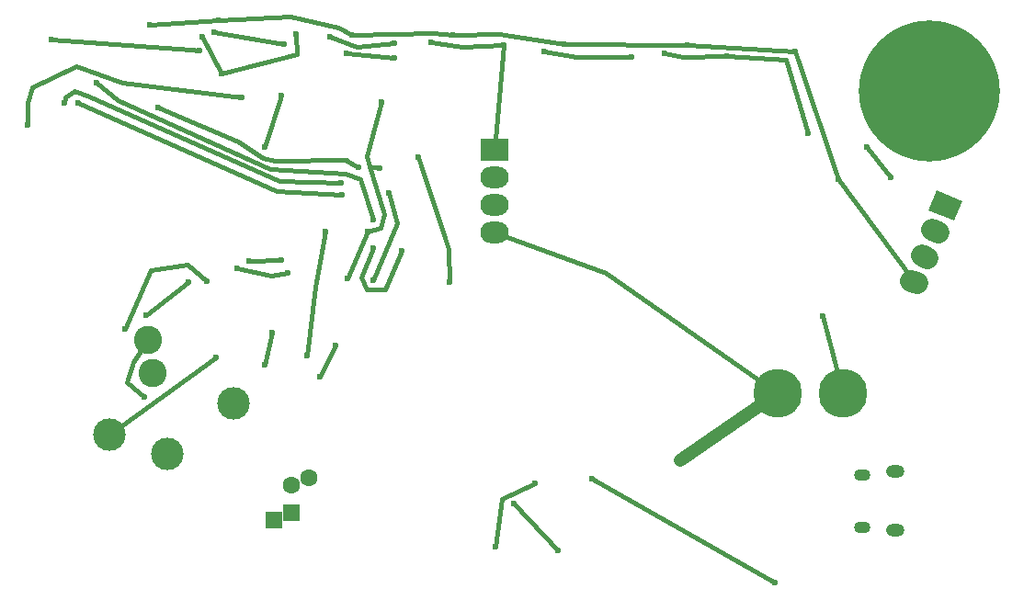
<source format=gbl>
G04 #@! TF.FileFunction,Copper,L2,Bot,Signal*
%FSLAX46Y46*%
G04 Gerber Fmt 4.6, Leading zero omitted, Abs format (unit mm)*
G04 Created by KiCad (PCBNEW 4.0.7-e2-6376~58~ubuntu16.04.1) date Tue Mar 27 00:42:42 2018*
%MOMM*%
%LPD*%
G01*
G04 APERTURE LIST*
%ADD10C,0.100000*%
%ADD11C,3.000000*%
%ADD12C,2.600000*%
%ADD13C,2.000000*%
%ADD14R,1.600000X1.600000*%
%ADD15C,1.600000*%
%ADD16C,4.500000*%
%ADD17O,1.500000X1.100000*%
%ADD18O,1.700000X1.200000*%
%ADD19C,13.000000*%
%ADD20R,2.600000X2.000000*%
%ADD21O,2.600000X2.000000*%
%ADD22C,0.600000*%
%ADD23C,0.381000*%
%ADD24C,1.143000*%
G04 APERTURE END LIST*
D10*
D11*
X99198075Y-72451614D03*
D12*
X102756765Y-63778914D03*
X103105933Y-66800186D03*
D11*
X110554260Y-69616643D03*
X104533171Y-74281027D03*
D10*
G36*
X175329268Y-49965828D02*
X177739946Y-50939805D01*
X176990732Y-52794172D01*
X174580054Y-51820195D01*
X175329268Y-49965828D01*
X175329268Y-49965828D01*
G37*
D13*
X175486654Y-53847429D02*
X174930344Y-53622665D01*
X174535154Y-56202476D02*
X173978844Y-55977712D01*
X173583653Y-58557523D02*
X173027343Y-58332759D01*
D14*
X115900000Y-79680000D03*
D15*
X115900000Y-77180000D03*
D14*
X114300000Y-80350937D03*
D15*
X117500000Y-76509063D03*
D16*
X166700000Y-68700000D03*
X160700000Y-68700000D03*
D17*
X168530000Y-81020000D03*
X168530000Y-76180000D03*
D18*
X171530000Y-81330000D03*
X171530000Y-75870000D03*
D19*
X174680000Y-40850000D03*
D20*
X134615000Y-46270000D03*
D21*
X134615000Y-48810000D03*
X134615000Y-51350000D03*
X134615000Y-53890000D03*
D22*
X114160000Y-63110000D03*
X113440000Y-66020000D03*
X117350000Y-65210000D03*
X119080000Y-53785000D03*
X108995000Y-65350000D03*
X164900000Y-61525000D03*
X163475000Y-44730000D03*
X156060000Y-37570000D03*
X150285000Y-37350000D03*
X139210000Y-37185000D03*
X147220000Y-37675000D03*
X128750000Y-36350000D03*
X135480000Y-36575000D03*
X119480000Y-35785000D03*
X125365000Y-36460000D03*
X116350000Y-35560000D03*
X109515000Y-39245000D03*
X107690000Y-35800000D03*
X102345000Y-68985000D03*
X124090000Y-47970000D03*
X121090000Y-58085000D03*
X118530000Y-67140000D03*
X120005000Y-64315000D03*
X122935000Y-53765000D03*
X124250000Y-41800000D03*
X151770000Y-74825000D03*
X166340000Y-48960000D03*
X162280000Y-37170000D03*
X152400000Y-36580000D03*
X141110000Y-36530000D03*
X130830000Y-35620000D03*
X121550000Y-35620000D03*
X109210000Y-34310000D03*
X102920000Y-34750000D03*
X123430000Y-55320000D03*
X126065000Y-55515000D03*
X134700000Y-82840000D03*
X138330000Y-76975000D03*
X113445000Y-46005000D03*
X114970000Y-41230000D03*
X106440000Y-58400000D03*
X102570000Y-61500000D03*
X108100000Y-58320000D03*
X100570000Y-62775000D03*
X115030000Y-56390000D03*
X112045000Y-56470000D03*
X140515000Y-83170000D03*
X136370000Y-78840000D03*
X122100000Y-47835000D03*
X124905000Y-50250000D03*
X123495000Y-58225000D03*
X103630000Y-42365000D03*
X127600000Y-46910000D03*
X130480000Y-58395000D03*
X143610000Y-76585000D03*
X160430000Y-86110000D03*
X98005000Y-40050000D03*
X123425000Y-52650000D03*
X107420000Y-37130000D03*
X93840000Y-36050000D03*
X171095000Y-48790000D03*
X168960000Y-46025000D03*
X108800000Y-35410000D03*
X115260000Y-36545000D03*
X121035000Y-37370000D03*
X125425000Y-37780000D03*
X91630000Y-43930000D03*
X111375000Y-41405000D03*
X110905000Y-57160000D03*
X115595000Y-57570000D03*
X120520000Y-49330000D03*
X94975000Y-41960000D03*
X96255000Y-41910000D03*
X120585000Y-50370000D03*
D23*
X113440000Y-66020000D02*
X114160000Y-63110000D01*
X117350000Y-65210000D02*
X118100000Y-58840000D01*
X118100000Y-58840000D02*
X119080000Y-53785000D01*
X99198075Y-72451614D02*
X108995000Y-65350000D01*
X164900000Y-61525000D02*
X166700000Y-68700000D01*
X156060000Y-37570000D02*
X161435000Y-37970000D01*
X161435000Y-37970000D02*
X163475000Y-44730000D01*
X156060000Y-37570000D02*
X151935000Y-37655000D01*
X151935000Y-37655000D02*
X151955000Y-37655000D01*
X151955000Y-37655000D02*
X150285000Y-37350000D01*
X139210000Y-37185000D02*
X142140000Y-37675000D01*
X142140000Y-37675000D02*
X147220000Y-37675000D01*
X134615000Y-46270000D02*
X135480000Y-36575000D01*
X128750000Y-36350000D02*
X131695000Y-36760000D01*
X131695000Y-36760000D02*
X135480000Y-36575000D01*
X119480000Y-35785000D02*
X121925000Y-36735000D01*
X121925000Y-36735000D02*
X125365000Y-36460000D01*
X116350000Y-35560000D02*
X116435000Y-37430000D01*
X116435000Y-37430000D02*
X109515000Y-39245000D01*
X107690000Y-35800000D02*
X109515000Y-39245000D01*
X102345000Y-68985000D02*
X100725000Y-67700000D01*
X100725000Y-67700000D02*
X101395000Y-65800000D01*
X101395000Y-65800000D02*
X102756765Y-63778914D01*
X134615000Y-53890000D02*
X144905000Y-57605000D01*
X144905000Y-57605000D02*
X160700000Y-68700000D01*
X124090000Y-47970000D02*
X123119007Y-47734378D01*
X123119007Y-47734378D02*
X123119007Y-47734379D01*
X121090000Y-58085000D02*
X122935000Y-53765000D01*
X118530000Y-67140000D02*
X120005000Y-64315000D01*
X122935000Y-53765000D02*
X124135000Y-53400000D01*
X124135000Y-53400000D02*
X124440000Y-52200000D01*
X124440000Y-52200000D02*
X123119007Y-47734379D01*
X123119007Y-47734379D02*
X122850000Y-46825000D01*
X122850000Y-46825000D02*
X124250000Y-41800000D01*
D24*
X151770000Y-74825000D02*
X160700000Y-68700000D01*
D23*
X166340000Y-48960000D02*
X173305498Y-58445141D01*
X162280000Y-37170000D02*
X166340000Y-48960000D01*
X152400000Y-36580000D02*
X162280000Y-37170000D01*
X141110000Y-36530000D02*
X152400000Y-36580000D01*
X130830000Y-35620000D02*
X135030000Y-35540000D01*
X135030000Y-35540000D02*
X141110000Y-36530000D01*
X121550000Y-35620000D02*
X129000000Y-35460000D01*
X129000000Y-35460000D02*
X130830000Y-35620000D01*
X109210000Y-34310000D02*
X115860000Y-33930000D01*
X120230000Y-34970000D02*
X121550000Y-35620000D01*
X115860000Y-33930000D02*
X120230000Y-34970000D01*
X102920000Y-34750000D02*
X109210000Y-34310000D01*
X123430000Y-55320000D02*
X122360000Y-57975000D01*
X122360000Y-57975000D02*
X122880000Y-59095000D01*
X122880000Y-59095000D02*
X124555000Y-59120000D01*
X124555000Y-59120000D02*
X126065000Y-55515000D01*
X134700000Y-82840000D02*
X135340000Y-78430000D01*
X135340000Y-78430000D02*
X138330000Y-76975000D01*
X113445000Y-46005000D02*
X114970000Y-41230000D01*
X102570000Y-61500000D02*
X106440000Y-58400000D01*
X103009851Y-57367493D02*
X106315000Y-56835000D01*
X106315000Y-56835000D02*
X108100000Y-58320000D01*
X100570000Y-62775000D02*
X103009851Y-57367493D01*
X103009851Y-57367493D02*
X103020000Y-57345000D01*
X103020000Y-57345000D02*
X103020000Y-57365000D01*
X115030000Y-56390000D02*
X112045000Y-56470000D01*
X140515000Y-83170000D02*
X136370000Y-78840000D01*
X120813602Y-47172178D02*
X122100000Y-47835000D01*
X124905000Y-50250000D02*
X125620000Y-53035000D01*
X125620000Y-53035000D02*
X123495000Y-58225000D01*
X103630000Y-42365000D02*
X110985000Y-45455000D01*
X110985000Y-45455000D02*
X113310000Y-46975000D01*
X113310000Y-46975000D02*
X114415000Y-47245000D01*
X114415000Y-47245000D02*
X120813602Y-47172178D01*
X120813602Y-47172178D02*
X121005000Y-47170000D01*
X127600000Y-46910000D02*
X130370000Y-55375000D01*
X130370000Y-55375000D02*
X130480000Y-58395000D01*
X143610000Y-76585000D02*
X160430000Y-86110000D01*
X98005000Y-40050000D02*
X99915000Y-41630000D01*
X99915000Y-41630000D02*
X113965000Y-48000000D01*
X113965000Y-48000000D02*
X120925000Y-48445000D01*
X120925000Y-48445000D02*
X122245000Y-48910000D01*
X122245000Y-48910000D02*
X123425000Y-52650000D01*
X106650000Y-37035000D02*
X107420000Y-37130000D01*
X93840000Y-36050000D02*
X106650000Y-37035000D01*
X171095000Y-48790000D02*
X168960000Y-46025000D01*
X108800000Y-35410000D02*
X115260000Y-36545000D01*
X121035000Y-37370000D02*
X125425000Y-37780000D01*
X100305000Y-40095000D02*
X96140000Y-38530000D01*
X96140000Y-38530000D02*
X92035000Y-40455000D01*
X92035000Y-40455000D02*
X91645000Y-41920000D01*
X91630000Y-43930000D02*
X91645000Y-41920000D01*
X100305000Y-40095000D02*
X111375000Y-41405000D01*
X110905000Y-57160000D02*
X114080000Y-57810000D01*
X114080000Y-57810000D02*
X115595000Y-57570000D01*
X120520000Y-49330000D02*
X114830000Y-49115000D01*
X114830000Y-49115000D02*
X97270000Y-41370000D01*
X97270000Y-41370000D02*
X95950000Y-40845000D01*
X95950000Y-40845000D02*
X95100000Y-41455000D01*
X95100000Y-41455000D02*
X94975000Y-41960000D01*
X96255000Y-41910000D02*
X114605000Y-50025000D01*
X114605000Y-50025000D02*
X120585000Y-50370000D01*
M02*

</source>
